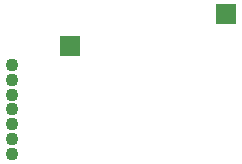
<source format=gbr>
G04 #@! TF.GenerationSoftware,KiCad,Pcbnew,(5.1.5)-3*
G04 #@! TF.CreationDate,2020-11-19T18:47:54+01:00*
G04 #@! TF.ProjectId,Sensor_2.0,53656e73-6f72-45f3-922e-302e6b696361,rev?*
G04 #@! TF.SameCoordinates,Original*
G04 #@! TF.FileFunction,Soldermask,Bot*
G04 #@! TF.FilePolarity,Negative*
%FSLAX46Y46*%
G04 Gerber Fmt 4.6, Leading zero omitted, Abs format (unit mm)*
G04 Created by KiCad (PCBNEW (5.1.5)-3) date 2020-11-19 18:47:54*
%MOMM*%
%LPD*%
G04 APERTURE LIST*
%ADD10C,1.100000*%
%ADD11R,1.700000X1.700000*%
G04 APERTURE END LIST*
D10*
X115570000Y-81915000D03*
X115570000Y-83165000D03*
X115570000Y-84415000D03*
X115570000Y-85665000D03*
X115570000Y-86915000D03*
X115570000Y-88165000D03*
X115570000Y-89415000D03*
D11*
X120500000Y-80300000D03*
X133700000Y-77600000D03*
M02*

</source>
